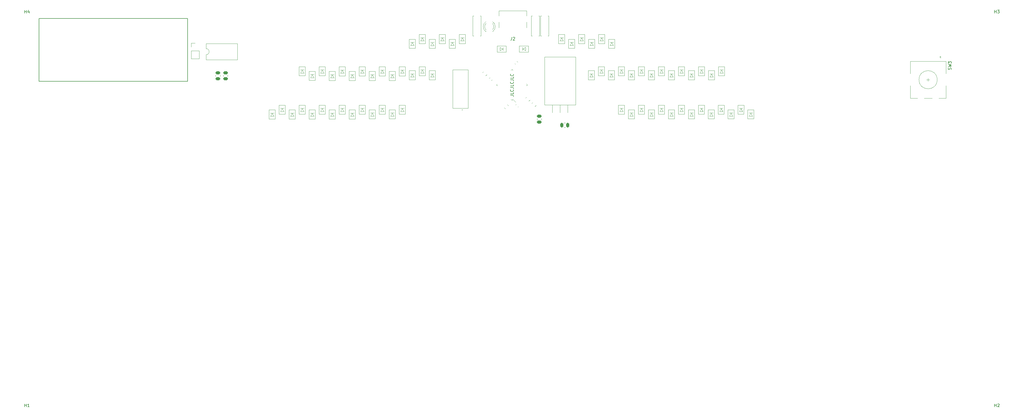
<source format=gto>
G04 #@! TF.GenerationSoftware,KiCad,Pcbnew,7.0.5*
G04 #@! TF.CreationDate,2024-08-24T17:49:56+10:00*
G04 #@! TF.ProjectId,keyboard,6b657962-6f61-4726-942e-6b696361645f,rev?*
G04 #@! TF.SameCoordinates,Original*
G04 #@! TF.FileFunction,Legend,Top*
G04 #@! TF.FilePolarity,Positive*
%FSLAX46Y46*%
G04 Gerber Fmt 4.6, Leading zero omitted, Abs format (unit mm)*
G04 Created by KiCad (PCBNEW 7.0.5) date 2024-08-24 17:49:56*
%MOMM*%
%LPD*%
G01*
G04 APERTURE LIST*
G04 Aperture macros list*
%AMRoundRect*
0 Rectangle with rounded corners*
0 $1 Rounding radius*
0 $2 $3 $4 $5 $6 $7 $8 $9 X,Y pos of 4 corners*
0 Add a 4 corners polygon primitive as box body*
4,1,4,$2,$3,$4,$5,$6,$7,$8,$9,$2,$3,0*
0 Add four circle primitives for the rounded corners*
1,1,$1+$1,$2,$3*
1,1,$1+$1,$4,$5*
1,1,$1+$1,$6,$7*
1,1,$1+$1,$8,$9*
0 Add four rect primitives between the rounded corners*
20,1,$1+$1,$2,$3,$4,$5,0*
20,1,$1+$1,$4,$5,$6,$7,0*
20,1,$1+$1,$6,$7,$8,$9,0*
20,1,$1+$1,$8,$9,$2,$3,0*%
G04 Aperture macros list end*
%ADD10C,0.150000*%
%ADD11C,0.120000*%
%ADD12C,0.200000*%
%ADD13C,0.100000*%
%ADD14C,0.650000*%
%ADD15R,0.600000X1.240000*%
%ADD16R,0.300000X1.240000*%
%ADD17O,1.000000X1.800000*%
%ADD18O,1.000000X2.100000*%
%ADD19R,1.600000X1.600000*%
%ADD20O,1.600000X1.600000*%
%ADD21C,1.750000*%
%ADD22C,3.987800*%
%ADD23O,3.500000X3.500000*%
%ADD24R,1.905000X2.000000*%
%ADD25O,1.905000X2.000000*%
%ADD26RoundRect,0.250000X-0.159099X0.512652X-0.512652X0.159099X0.159099X-0.512652X0.512652X-0.159099X0*%
%ADD27C,6.400000*%
%ADD28RoundRect,0.250000X-0.512652X-0.159099X-0.159099X-0.512652X0.512652X0.159099X0.159099X0.512652X0*%
%ADD29RoundRect,0.225000X0.335876X0.017678X0.017678X0.335876X-0.335876X-0.017678X-0.017678X-0.335876X0*%
%ADD30C,1.070000*%
%ADD31RoundRect,0.225000X-0.017678X0.335876X-0.335876X0.017678X0.017678X-0.335876X0.335876X-0.017678X0*%
%ADD32C,3.048000*%
%ADD33R,1.800000X1.800000*%
%ADD34C,1.800000*%
%ADD35RoundRect,0.250000X-0.475000X0.250000X-0.475000X-0.250000X0.475000X-0.250000X0.475000X0.250000X0*%
%ADD36C,1.600000*%
%ADD37R,1.700000X1.700000*%
%ADD38O,1.700000X1.700000*%
%ADD39C,5.080000*%
%ADD40R,2.000000X2.000000*%
%ADD41C,2.000000*%
%ADD42R,2.000000X3.200000*%
%ADD43RoundRect,0.250000X0.250000X0.475000X-0.250000X0.475000X-0.250000X-0.475000X0.250000X-0.475000X0*%
%ADD44RoundRect,0.075000X0.521491X-0.415425X-0.415425X0.521491X-0.521491X0.415425X0.415425X-0.521491X0*%
%ADD45RoundRect,0.075000X0.521491X0.415425X0.415425X0.521491X-0.521491X-0.415425X-0.415425X-0.521491X0*%
G04 APERTURE END LIST*
D10*
X59000000Y-60000000D02*
X108000000Y-60000000D01*
X108000000Y-80750000D01*
X59000000Y-80750000D01*
X59000000Y-60000000D01*
X214515819Y-85377506D02*
X215230104Y-85377506D01*
X215230104Y-85377506D02*
X215372961Y-85425125D01*
X215372961Y-85425125D02*
X215468200Y-85520363D01*
X215468200Y-85520363D02*
X215515819Y-85663220D01*
X215515819Y-85663220D02*
X215515819Y-85758458D01*
X215515819Y-84425125D02*
X215515819Y-84901315D01*
X215515819Y-84901315D02*
X214515819Y-84901315D01*
X215420580Y-83520363D02*
X215468200Y-83567982D01*
X215468200Y-83567982D02*
X215515819Y-83710839D01*
X215515819Y-83710839D02*
X215515819Y-83806077D01*
X215515819Y-83806077D02*
X215468200Y-83948934D01*
X215468200Y-83948934D02*
X215372961Y-84044172D01*
X215372961Y-84044172D02*
X215277723Y-84091791D01*
X215277723Y-84091791D02*
X215087247Y-84139410D01*
X215087247Y-84139410D02*
X214944390Y-84139410D01*
X214944390Y-84139410D02*
X214753914Y-84091791D01*
X214753914Y-84091791D02*
X214658676Y-84044172D01*
X214658676Y-84044172D02*
X214563438Y-83948934D01*
X214563438Y-83948934D02*
X214515819Y-83806077D01*
X214515819Y-83806077D02*
X214515819Y-83710839D01*
X214515819Y-83710839D02*
X214563438Y-83567982D01*
X214563438Y-83567982D02*
X214611057Y-83520363D01*
X214515819Y-82806077D02*
X215230104Y-82806077D01*
X215230104Y-82806077D02*
X215372961Y-82853696D01*
X215372961Y-82853696D02*
X215468200Y-82948934D01*
X215468200Y-82948934D02*
X215515819Y-83091791D01*
X215515819Y-83091791D02*
X215515819Y-83187029D01*
X215515819Y-81853696D02*
X215515819Y-82329886D01*
X215515819Y-82329886D02*
X214515819Y-82329886D01*
X215420580Y-80948934D02*
X215468200Y-80996553D01*
X215468200Y-80996553D02*
X215515819Y-81139410D01*
X215515819Y-81139410D02*
X215515819Y-81234648D01*
X215515819Y-81234648D02*
X215468200Y-81377505D01*
X215468200Y-81377505D02*
X215372961Y-81472743D01*
X215372961Y-81472743D02*
X215277723Y-81520362D01*
X215277723Y-81520362D02*
X215087247Y-81567981D01*
X215087247Y-81567981D02*
X214944390Y-81567981D01*
X214944390Y-81567981D02*
X214753914Y-81520362D01*
X214753914Y-81520362D02*
X214658676Y-81472743D01*
X214658676Y-81472743D02*
X214563438Y-81377505D01*
X214563438Y-81377505D02*
X214515819Y-81234648D01*
X214515819Y-81234648D02*
X214515819Y-81139410D01*
X214515819Y-81139410D02*
X214563438Y-80996553D01*
X214563438Y-80996553D02*
X214611057Y-80948934D01*
X214515819Y-80234648D02*
X215230104Y-80234648D01*
X215230104Y-80234648D02*
X215372961Y-80282267D01*
X215372961Y-80282267D02*
X215468200Y-80377505D01*
X215468200Y-80377505D02*
X215515819Y-80520362D01*
X215515819Y-80520362D02*
X215515819Y-80615600D01*
X215515819Y-79282267D02*
X215515819Y-79758457D01*
X215515819Y-79758457D02*
X214515819Y-79758457D01*
X215420580Y-78377505D02*
X215468200Y-78425124D01*
X215468200Y-78425124D02*
X215515819Y-78567981D01*
X215515819Y-78567981D02*
X215515819Y-78663219D01*
X215515819Y-78663219D02*
X215468200Y-78806076D01*
X215468200Y-78806076D02*
X215372961Y-78901314D01*
X215372961Y-78901314D02*
X215277723Y-78948933D01*
X215277723Y-78948933D02*
X215087247Y-78996552D01*
X215087247Y-78996552D02*
X214944390Y-78996552D01*
X214944390Y-78996552D02*
X214753914Y-78948933D01*
X214753914Y-78948933D02*
X214658676Y-78901314D01*
X214658676Y-78901314D02*
X214563438Y-78806076D01*
X214563438Y-78806076D02*
X214515819Y-78663219D01*
X214515819Y-78663219D02*
X214515819Y-78567981D01*
X214515819Y-78567981D02*
X214563438Y-78425124D01*
X214563438Y-78425124D02*
X214611057Y-78377505D01*
X214949132Y-66209353D02*
X214949132Y-66923638D01*
X214949132Y-66923638D02*
X214901513Y-67066495D01*
X214901513Y-67066495D02*
X214806275Y-67161734D01*
X214806275Y-67161734D02*
X214663418Y-67209353D01*
X214663418Y-67209353D02*
X214568180Y-67209353D01*
X215377704Y-66304591D02*
X215425323Y-66256972D01*
X215425323Y-66256972D02*
X215520561Y-66209353D01*
X215520561Y-66209353D02*
X215758656Y-66209353D01*
X215758656Y-66209353D02*
X215853894Y-66256972D01*
X215853894Y-66256972D02*
X215901513Y-66304591D01*
X215901513Y-66304591D02*
X215949132Y-66399829D01*
X215949132Y-66399829D02*
X215949132Y-66495067D01*
X215949132Y-66495067D02*
X215901513Y-66637924D01*
X215901513Y-66637924D02*
X215330085Y-67209353D01*
X215330085Y-67209353D02*
X215949132Y-67209353D01*
X374238095Y-58254819D02*
X374238095Y-57254819D01*
X374238095Y-57731009D02*
X374809523Y-57731009D01*
X374809523Y-58254819D02*
X374809523Y-57254819D01*
X375190476Y-57254819D02*
X375809523Y-57254819D01*
X375809523Y-57254819D02*
X375476190Y-57635771D01*
X375476190Y-57635771D02*
X375619047Y-57635771D01*
X375619047Y-57635771D02*
X375714285Y-57683390D01*
X375714285Y-57683390D02*
X375761904Y-57731009D01*
X375761904Y-57731009D02*
X375809523Y-57826247D01*
X375809523Y-57826247D02*
X375809523Y-58064342D01*
X375809523Y-58064342D02*
X375761904Y-58159580D01*
X375761904Y-58159580D02*
X375714285Y-58207200D01*
X375714285Y-58207200D02*
X375619047Y-58254819D01*
X375619047Y-58254819D02*
X375333333Y-58254819D01*
X375333333Y-58254819D02*
X375238095Y-58207200D01*
X375238095Y-58207200D02*
X375190476Y-58159580D01*
X54238095Y-188254819D02*
X54238095Y-187254819D01*
X54238095Y-187731009D02*
X54809523Y-187731009D01*
X54809523Y-188254819D02*
X54809523Y-187254819D01*
X55809523Y-188254819D02*
X55238095Y-188254819D01*
X55523809Y-188254819D02*
X55523809Y-187254819D01*
X55523809Y-187254819D02*
X55428571Y-187397676D01*
X55428571Y-187397676D02*
X55333333Y-187492914D01*
X55333333Y-187492914D02*
X55238095Y-187540533D01*
X359905200Y-76893332D02*
X359952819Y-76750475D01*
X359952819Y-76750475D02*
X359952819Y-76512380D01*
X359952819Y-76512380D02*
X359905200Y-76417142D01*
X359905200Y-76417142D02*
X359857580Y-76369523D01*
X359857580Y-76369523D02*
X359762342Y-76321904D01*
X359762342Y-76321904D02*
X359667104Y-76321904D01*
X359667104Y-76321904D02*
X359571866Y-76369523D01*
X359571866Y-76369523D02*
X359524247Y-76417142D01*
X359524247Y-76417142D02*
X359476628Y-76512380D01*
X359476628Y-76512380D02*
X359429009Y-76702856D01*
X359429009Y-76702856D02*
X359381390Y-76798094D01*
X359381390Y-76798094D02*
X359333771Y-76845713D01*
X359333771Y-76845713D02*
X359238533Y-76893332D01*
X359238533Y-76893332D02*
X359143295Y-76893332D01*
X359143295Y-76893332D02*
X359048057Y-76845713D01*
X359048057Y-76845713D02*
X359000438Y-76798094D01*
X359000438Y-76798094D02*
X358952819Y-76702856D01*
X358952819Y-76702856D02*
X358952819Y-76464761D01*
X358952819Y-76464761D02*
X359000438Y-76321904D01*
X358952819Y-75988570D02*
X359952819Y-75750475D01*
X359952819Y-75750475D02*
X359238533Y-75559999D01*
X359238533Y-75559999D02*
X359952819Y-75369523D01*
X359952819Y-75369523D02*
X358952819Y-75131428D01*
X358952819Y-74845713D02*
X358952819Y-74226666D01*
X358952819Y-74226666D02*
X359333771Y-74559999D01*
X359333771Y-74559999D02*
X359333771Y-74417142D01*
X359333771Y-74417142D02*
X359381390Y-74321904D01*
X359381390Y-74321904D02*
X359429009Y-74274285D01*
X359429009Y-74274285D02*
X359524247Y-74226666D01*
X359524247Y-74226666D02*
X359762342Y-74226666D01*
X359762342Y-74226666D02*
X359857580Y-74274285D01*
X359857580Y-74274285D02*
X359905200Y-74321904D01*
X359905200Y-74321904D02*
X359952819Y-74417142D01*
X359952819Y-74417142D02*
X359952819Y-74702856D01*
X359952819Y-74702856D02*
X359905200Y-74798094D01*
X359905200Y-74798094D02*
X359857580Y-74845713D01*
X54276095Y-58286819D02*
X54276095Y-57286819D01*
X54276095Y-57763009D02*
X54847523Y-57763009D01*
X54847523Y-58286819D02*
X54847523Y-57286819D01*
X55752285Y-57620152D02*
X55752285Y-58286819D01*
X55514190Y-57239200D02*
X55276095Y-57953485D01*
X55276095Y-57953485D02*
X55895142Y-57953485D01*
X374238095Y-188254819D02*
X374238095Y-187254819D01*
X374238095Y-187731009D02*
X374809523Y-187731009D01*
X374809523Y-188254819D02*
X374809523Y-187254819D01*
X375238095Y-187350057D02*
X375285714Y-187302438D01*
X375285714Y-187302438D02*
X375380952Y-187254819D01*
X375380952Y-187254819D02*
X375619047Y-187254819D01*
X375619047Y-187254819D02*
X375714285Y-187302438D01*
X375714285Y-187302438D02*
X375761904Y-187350057D01*
X375761904Y-187350057D02*
X375809523Y-187445295D01*
X375809523Y-187445295D02*
X375809523Y-187540533D01*
X375809523Y-187540533D02*
X375761904Y-187683390D01*
X375761904Y-187683390D02*
X375190476Y-188254819D01*
X375190476Y-188254819D02*
X375809523Y-188254819D01*
D11*
X210702466Y-57469534D02*
X219862466Y-57469534D01*
X219862466Y-57469534D02*
X219862466Y-59174534D01*
X210702466Y-59174534D02*
X210702466Y-57469534D01*
X219862466Y-63104534D02*
X219862466Y-61184534D01*
X210702466Y-61184534D02*
X210702466Y-63104534D01*
X281754668Y-90182500D02*
X281744668Y-93172500D01*
X279754668Y-90182500D02*
X281754668Y-90182500D01*
X279754668Y-90192500D02*
X279754668Y-93162500D01*
X280224668Y-91212500D02*
X281304668Y-91212500D01*
X280764668Y-91312500D02*
X281304668Y-92262500D01*
X280754668Y-91322500D02*
X280224668Y-92232500D01*
X280224668Y-92262500D02*
X281304668Y-92262500D01*
X279754668Y-93172500D02*
X281744668Y-93172500D01*
X150098000Y-90214000D02*
X150088000Y-93204000D01*
X148098000Y-90214000D02*
X150098000Y-90214000D01*
X148098000Y-90224000D02*
X148098000Y-93194000D01*
X148568000Y-91244000D02*
X149648000Y-91244000D01*
X149108000Y-91344000D02*
X149648000Y-92294000D01*
X149098000Y-91354000D02*
X148568000Y-92264000D01*
X148568000Y-92294000D02*
X149648000Y-92294000D01*
X148098000Y-93204000D02*
X150088000Y-93204000D01*
X183118000Y-66877500D02*
X183108000Y-69867500D01*
X181118000Y-66877500D02*
X183118000Y-66877500D01*
X181118000Y-66887500D02*
X181118000Y-69857500D01*
X181588000Y-67907500D02*
X182668000Y-67907500D01*
X182128000Y-68007500D02*
X182668000Y-68957500D01*
X182118000Y-68017500D02*
X181588000Y-68927500D01*
X181588000Y-68957500D02*
X182668000Y-68957500D01*
X181118000Y-69867500D02*
X183108000Y-69867500D01*
X163306000Y-77514000D02*
X163296000Y-80504000D01*
X161306000Y-77514000D02*
X163306000Y-77514000D01*
X161306000Y-77524000D02*
X161306000Y-80494000D01*
X161776000Y-78544000D02*
X162856000Y-78544000D01*
X162316000Y-78644000D02*
X162856000Y-79594000D01*
X162306000Y-78654000D02*
X161776000Y-79564000D01*
X161776000Y-79594000D02*
X162856000Y-79594000D01*
X161306000Y-80504000D02*
X163296000Y-80504000D01*
X265329336Y-75958500D02*
X265319336Y-78948500D01*
X263329336Y-75958500D02*
X265329336Y-75958500D01*
X263329336Y-75968500D02*
X263329336Y-78938500D01*
X263799336Y-76988500D02*
X264879336Y-76988500D01*
X264339336Y-77088500D02*
X264879336Y-78038500D01*
X264329336Y-77098500D02*
X263799336Y-78008500D01*
X263799336Y-78038500D02*
X264879336Y-78038500D01*
X263329336Y-78948500D02*
X265319336Y-78948500D01*
X176514000Y-77514000D02*
X176504000Y-80504000D01*
X174514000Y-77514000D02*
X176514000Y-77514000D01*
X174514000Y-77524000D02*
X174514000Y-80494000D01*
X174984000Y-78544000D02*
X176064000Y-78544000D01*
X175524000Y-78644000D02*
X176064000Y-79594000D01*
X175514000Y-78654000D02*
X174984000Y-79564000D01*
X174984000Y-79594000D02*
X176064000Y-79594000D01*
X174514000Y-80504000D02*
X176504000Y-80504000D01*
X225766000Y-72708000D02*
X225766000Y-88598000D01*
X225766000Y-72708000D02*
X236006000Y-72708000D01*
X225766000Y-88598000D02*
X236006000Y-88598000D01*
X228346000Y-88598000D02*
X228346000Y-91138000D01*
X230886000Y-88598000D02*
X230886000Y-91138000D01*
X233426000Y-88598000D02*
X233426000Y-91138000D01*
X236006000Y-72708000D02*
X236006000Y-88598000D01*
X222954457Y-88726990D02*
X222584990Y-89096457D01*
X221915010Y-87687543D02*
X221545543Y-88057010D01*
X245517336Y-75958500D02*
X245507336Y-78948500D01*
X243517336Y-75958500D02*
X245517336Y-75958500D01*
X243517336Y-75968500D02*
X243517336Y-78938500D01*
X243987336Y-76988500D02*
X245067336Y-76988500D01*
X244527336Y-77088500D02*
X245067336Y-78038500D01*
X244517336Y-77098500D02*
X243987336Y-78008500D01*
X243987336Y-78038500D02*
X245067336Y-78038500D01*
X243517336Y-78948500D02*
X245507336Y-78948500D01*
X169910000Y-90182500D02*
X169900000Y-93172500D01*
X167910000Y-90182500D02*
X169910000Y-90182500D01*
X167910000Y-90192500D02*
X167910000Y-93162500D01*
X168380000Y-91212500D02*
X169460000Y-91212500D01*
X168920000Y-91312500D02*
X169460000Y-92262500D01*
X168910000Y-91322500D02*
X168380000Y-92232500D01*
X168380000Y-92262500D02*
X169460000Y-92262500D01*
X167910000Y-93172500D02*
X169900000Y-93172500D01*
X235696000Y-66877500D02*
X235686000Y-69867500D01*
X233696000Y-66877500D02*
X235696000Y-66877500D01*
X233696000Y-66887500D02*
X233696000Y-69857500D01*
X234166000Y-67907500D02*
X235246000Y-67907500D01*
X234706000Y-68007500D02*
X235246000Y-68957500D01*
X234696000Y-68017500D02*
X234166000Y-68927500D01*
X234166000Y-68957500D02*
X235246000Y-68957500D01*
X233696000Y-69867500D02*
X235686000Y-69867500D01*
X220922457Y-86948990D02*
X220552990Y-87318457D01*
X219883010Y-85909543D02*
X219513543Y-86279010D01*
X285014334Y-88658500D02*
X285004334Y-91648500D01*
X283014334Y-88658500D02*
X285014334Y-88658500D01*
X283014334Y-88668500D02*
X283014334Y-91638500D01*
X283484334Y-89688500D02*
X284564334Y-89688500D01*
X284024334Y-89788500D02*
X284564334Y-90738500D01*
X284014334Y-89798500D02*
X283484334Y-90708500D01*
X283484334Y-90738500D02*
X284564334Y-90738500D01*
X283014334Y-91648500D02*
X285004334Y-91648500D01*
X294793336Y-90182500D02*
X294783336Y-93172500D01*
X292793336Y-90182500D02*
X294793336Y-90182500D01*
X292793336Y-90192500D02*
X292793336Y-93162500D01*
X293263336Y-91212500D02*
X294343336Y-91212500D01*
X293803336Y-91312500D02*
X294343336Y-92262500D01*
X293793336Y-91322500D02*
X293263336Y-92232500D01*
X293263336Y-92262500D02*
X294343336Y-92262500D01*
X292793336Y-93172500D02*
X294783336Y-93172500D01*
X268631336Y-77260000D02*
X268621336Y-80250000D01*
X266631336Y-77260000D02*
X268631336Y-77260000D01*
X266631336Y-77270000D02*
X266631336Y-80240000D01*
X267101336Y-78290000D02*
X268181336Y-78290000D01*
X267641336Y-78390000D02*
X268181336Y-79340000D01*
X267631336Y-78400000D02*
X267101336Y-79310000D01*
X267101336Y-79340000D02*
X268181336Y-79340000D01*
X266631336Y-80250000D02*
X268621336Y-80250000D01*
X262027336Y-90182500D02*
X262017336Y-93172500D01*
X260027336Y-90182500D02*
X262027336Y-90182500D01*
X260027336Y-90192500D02*
X260027336Y-93162500D01*
X260497336Y-91212500D02*
X261577336Y-91212500D01*
X261037336Y-91312500D02*
X261577336Y-92262500D01*
X261027336Y-91322500D02*
X260497336Y-92232500D01*
X260497336Y-92262500D02*
X261577336Y-92262500D01*
X260027336Y-93172500D02*
X262017336Y-93172500D01*
X278537336Y-75958500D02*
X278527336Y-78948500D01*
X276537336Y-75958500D02*
X278537336Y-75958500D01*
X276537336Y-75968500D02*
X276537336Y-78938500D01*
X277007336Y-76988500D02*
X278087336Y-76988500D01*
X277547336Y-77088500D02*
X278087336Y-78038500D01*
X277537336Y-77098500D02*
X277007336Y-78008500D01*
X277007336Y-78038500D02*
X278087336Y-78038500D01*
X276537336Y-78948500D02*
X278527336Y-78948500D01*
X189722000Y-66909000D02*
X189712000Y-69899000D01*
X187722000Y-66909000D02*
X189722000Y-66909000D01*
X187722000Y-66919000D02*
X187722000Y-69889000D01*
X188192000Y-67939000D02*
X189272000Y-67939000D01*
X188732000Y-68039000D02*
X189272000Y-68989000D01*
X188722000Y-68049000D02*
X188192000Y-68959000D01*
X188192000Y-68989000D02*
X189272000Y-68989000D01*
X187722000Y-69899000D02*
X189712000Y-69899000D01*
X275235336Y-77260000D02*
X275225336Y-80250000D01*
X273235336Y-77260000D02*
X275235336Y-77260000D01*
X273235336Y-77270000D02*
X273235336Y-80240000D01*
X273705336Y-78290000D02*
X274785336Y-78290000D01*
X274245336Y-78390000D02*
X274785336Y-79340000D01*
X274235336Y-78400000D02*
X273705336Y-79310000D01*
X273705336Y-79340000D02*
X274785336Y-79340000D01*
X273235336Y-80250000D02*
X275225336Y-80250000D01*
X271933336Y-88658500D02*
X271923336Y-91648500D01*
X269933336Y-88658500D02*
X271933336Y-88658500D01*
X269933336Y-88668500D02*
X269933336Y-91638500D01*
X270403336Y-89688500D02*
X271483336Y-89688500D01*
X270943336Y-89788500D02*
X271483336Y-90738500D01*
X270933336Y-89798500D02*
X270403336Y-90708500D01*
X270403336Y-90738500D02*
X271483336Y-90738500D01*
X269933336Y-91648500D02*
X271923336Y-91648500D01*
X114120000Y-73640000D02*
X124400000Y-73640000D01*
X124400000Y-73640000D02*
X124400000Y-68340000D01*
X114120000Y-71990000D02*
X114120000Y-73640000D01*
X114120000Y-68340000D02*
X114120000Y-69990000D01*
X124400000Y-68340000D02*
X114120000Y-68340000D01*
X114120000Y-71990000D02*
G75*
G03*
X114120000Y-69990000I0J1000000D01*
G01*
X160004000Y-88658500D02*
X159994000Y-91648500D01*
X158004000Y-88658500D02*
X160004000Y-88658500D01*
X158004000Y-88668500D02*
X158004000Y-91638500D01*
X158474000Y-89688500D02*
X159554000Y-89688500D01*
X159014000Y-89788500D02*
X159554000Y-90738500D01*
X159004000Y-89798500D02*
X158474000Y-90708500D01*
X158474000Y-90738500D02*
X159554000Y-90738500D01*
X158004000Y-91648500D02*
X159994000Y-91648500D01*
X163306000Y-90214000D02*
X163296000Y-93204000D01*
X161306000Y-90214000D02*
X163306000Y-90214000D01*
X161306000Y-90224000D02*
X161306000Y-93194000D01*
X161776000Y-91244000D02*
X162856000Y-91244000D01*
X162316000Y-91344000D02*
X162856000Y-92294000D01*
X162306000Y-91354000D02*
X161776000Y-92264000D01*
X161776000Y-92294000D02*
X162856000Y-92294000D01*
X161306000Y-93204000D02*
X163296000Y-93204000D01*
X213506741Y-88467294D02*
X213876208Y-88836761D01*
X212467294Y-89506741D02*
X212836761Y-89876208D01*
X238998000Y-65322000D02*
X238988000Y-68312000D01*
X236998000Y-65322000D02*
X238998000Y-65322000D01*
X236998000Y-65332000D02*
X236998000Y-68302000D01*
X237468000Y-66352000D02*
X238548000Y-66352000D01*
X238008000Y-66452000D02*
X238548000Y-67402000D01*
X237998000Y-66462000D02*
X237468000Y-67372000D01*
X237468000Y-67402000D02*
X238548000Y-67402000D01*
X236998000Y-68312000D02*
X238988000Y-68312000D01*
X216146781Y-75136030D02*
X215947970Y-74937219D01*
X216868030Y-74414781D02*
X216669219Y-74215970D01*
X245602000Y-65322000D02*
X245592000Y-68312000D01*
X243602000Y-65322000D02*
X245602000Y-65322000D01*
X243602000Y-65332000D02*
X243602000Y-68302000D01*
X244072000Y-66352000D02*
X245152000Y-66352000D01*
X244612000Y-66452000D02*
X245152000Y-67402000D01*
X244602000Y-66462000D02*
X244072000Y-67372000D01*
X244072000Y-67402000D02*
X245152000Y-67402000D01*
X243602000Y-68312000D02*
X245592000Y-68312000D01*
X258725336Y-88658500D02*
X258715336Y-91648500D01*
X256725336Y-88658500D02*
X258725336Y-88658500D01*
X256725336Y-88668500D02*
X256725336Y-91638500D01*
X257195336Y-89688500D02*
X258275336Y-89688500D01*
X257735336Y-89788500D02*
X258275336Y-90738500D01*
X257725336Y-89798500D02*
X257195336Y-90708500D01*
X257195336Y-90738500D02*
X258275336Y-90738500D01*
X256725336Y-91648500D02*
X258715336Y-91648500D01*
X275235336Y-90182500D02*
X275225336Y-93172500D01*
X273235336Y-90182500D02*
X275235336Y-90182500D01*
X273235336Y-90192500D02*
X273235336Y-93162500D01*
X273705336Y-91212500D02*
X274785336Y-91212500D01*
X274245336Y-91312500D02*
X274785336Y-92262500D01*
X274235336Y-91322500D02*
X273705336Y-92232500D01*
X273705336Y-92262500D02*
X274785336Y-92262500D01*
X273235336Y-93172500D02*
X275225336Y-93172500D01*
X262027336Y-77260000D02*
X262017336Y-80250000D01*
X260027336Y-77260000D02*
X262027336Y-77260000D01*
X260027336Y-77270000D02*
X260027336Y-80240000D01*
X260497336Y-78290000D02*
X261577336Y-78290000D01*
X261037336Y-78390000D02*
X261577336Y-79340000D01*
X261027336Y-78400000D02*
X260497336Y-79310000D01*
X260497336Y-79340000D02*
X261577336Y-79340000D01*
X260027336Y-80250000D02*
X262017336Y-80250000D01*
X143494000Y-90214000D02*
X143484000Y-93204000D01*
X141494000Y-90214000D02*
X143494000Y-90214000D01*
X141494000Y-90224000D02*
X141494000Y-93194000D01*
X141964000Y-91244000D02*
X143044000Y-91244000D01*
X142504000Y-91344000D02*
X143044000Y-92294000D01*
X142494000Y-91354000D02*
X141964000Y-92264000D01*
X141964000Y-92294000D02*
X143044000Y-92294000D01*
X141494000Y-93204000D02*
X143484000Y-93204000D01*
X140192000Y-88658500D02*
X140182000Y-91648500D01*
X138192000Y-88658500D02*
X140192000Y-88658500D01*
X138192000Y-88668500D02*
X138192000Y-91638500D01*
X138662000Y-89688500D02*
X139742000Y-89688500D01*
X139202000Y-89788500D02*
X139742000Y-90738500D01*
X139192000Y-89798500D02*
X138662000Y-90708500D01*
X138662000Y-90738500D02*
X139742000Y-90738500D01*
X138192000Y-91648500D02*
X140182000Y-91648500D01*
D12*
X198628000Y-90252000D02*
X198628000Y-90252000D01*
X198628000Y-90152000D02*
X198628000Y-90152000D01*
X198628000Y-90152000D02*
X198628000Y-90152000D01*
D13*
X195443000Y-89637000D02*
X200543000Y-89637000D01*
X200543000Y-89637000D02*
X200543000Y-76987000D01*
X195443000Y-76987000D02*
X195443000Y-89637000D01*
X200543000Y-76987000D02*
X195443000Y-76987000D01*
D12*
X198628000Y-90152000D02*
G75*
G03*
X198628000Y-90252000I0J-50000D01*
G01*
X198628000Y-90152000D02*
G75*
G03*
X198628000Y-90252000I0J-50000D01*
G01*
X198628000Y-90252000D02*
G75*
G03*
X198628000Y-90152000I0J50000D01*
G01*
D11*
X285141336Y-75958500D02*
X285131336Y-78948500D01*
X283141336Y-75958500D02*
X285141336Y-75958500D01*
X283141336Y-75968500D02*
X283141336Y-78938500D01*
X283611336Y-76988500D02*
X284691336Y-76988500D01*
X284151336Y-77088500D02*
X284691336Y-78038500D01*
X284141336Y-77098500D02*
X283611336Y-78008500D01*
X283611336Y-78038500D02*
X284691336Y-78038500D01*
X283141336Y-78948500D02*
X285131336Y-78948500D01*
X288274000Y-90182500D02*
X288264000Y-93172500D01*
X286274000Y-90182500D02*
X288274000Y-90182500D01*
X286274000Y-90192500D02*
X286274000Y-93162500D01*
X286744000Y-91212500D02*
X287824000Y-91212500D01*
X287284000Y-91312500D02*
X287824000Y-92262500D01*
X287274000Y-91322500D02*
X286744000Y-92232500D01*
X286744000Y-92262500D02*
X287824000Y-92262500D01*
X286274000Y-93172500D02*
X288264000Y-93172500D01*
X278495002Y-88658500D02*
X278485002Y-91648500D01*
X276495002Y-88658500D02*
X278495002Y-88658500D01*
X276495002Y-88668500D02*
X276495002Y-91638500D01*
X276965002Y-89688500D02*
X278045002Y-89688500D01*
X277505002Y-89788500D02*
X278045002Y-90738500D01*
X277495002Y-89798500D02*
X276965002Y-90708500D01*
X276965002Y-90738500D02*
X278045002Y-90738500D01*
X276495002Y-91648500D02*
X278485002Y-91648500D01*
X255423336Y-77260000D02*
X255413336Y-80250000D01*
X253423336Y-77260000D02*
X255423336Y-77260000D01*
X253423336Y-77270000D02*
X253423336Y-80240000D01*
X253893336Y-78290000D02*
X254973336Y-78290000D01*
X254433336Y-78390000D02*
X254973336Y-79340000D01*
X254423336Y-78400000D02*
X253893336Y-79310000D01*
X253893336Y-79340000D02*
X254973336Y-79340000D01*
X253423336Y-80250000D02*
X255413336Y-80250000D01*
X146796000Y-75958500D02*
X146786000Y-78948500D01*
X144796000Y-75958500D02*
X146796000Y-75958500D01*
X144796000Y-75968500D02*
X144796000Y-78938500D01*
X145266000Y-76988500D02*
X146346000Y-76988500D01*
X145806000Y-77088500D02*
X146346000Y-78038500D01*
X145796000Y-77098500D02*
X145266000Y-78008500D01*
X145266000Y-78038500D02*
X146346000Y-78038500D01*
X144796000Y-78948500D02*
X146786000Y-78948500D01*
X217162022Y-89059227D02*
X216963211Y-89258038D01*
X216440773Y-88337978D02*
X216241962Y-88536789D01*
X136890000Y-90214000D02*
X136880000Y-93204000D01*
X134890000Y-90214000D02*
X136890000Y-90214000D01*
X134890000Y-90224000D02*
X134890000Y-93194000D01*
X135360000Y-91244000D02*
X136440000Y-91244000D01*
X135900000Y-91344000D02*
X136440000Y-92294000D01*
X135890000Y-91354000D02*
X135360000Y-92264000D01*
X135360000Y-92294000D02*
X136440000Y-92294000D01*
X134890000Y-93204000D02*
X136880000Y-93204000D01*
X173212000Y-75990000D02*
X173202000Y-78980000D01*
X171212000Y-75990000D02*
X173212000Y-75990000D01*
X171212000Y-76000000D02*
X171212000Y-78970000D01*
X171682000Y-77020000D02*
X172762000Y-77020000D01*
X172222000Y-77120000D02*
X172762000Y-78070000D01*
X172212000Y-77130000D02*
X171682000Y-78040000D01*
X171682000Y-78070000D02*
X172762000Y-78070000D01*
X171212000Y-78980000D02*
X173202000Y-78980000D01*
X186420000Y-75958500D02*
X186410000Y-78948500D01*
X184420000Y-75958500D02*
X186420000Y-75958500D01*
X184420000Y-75968500D02*
X184420000Y-78938500D01*
X184890000Y-76988500D02*
X185970000Y-76988500D01*
X185430000Y-77088500D02*
X185970000Y-78038500D01*
X185420000Y-77098500D02*
X184890000Y-78008500D01*
X184890000Y-78038500D02*
X185970000Y-78038500D01*
X184420000Y-78948500D02*
X186410000Y-78948500D01*
X271933336Y-75958500D02*
X271923336Y-78948500D01*
X269933336Y-75958500D02*
X271933336Y-75958500D01*
X269933336Y-75968500D02*
X269933336Y-78938500D01*
X270403336Y-76988500D02*
X271483336Y-76988500D01*
X270943336Y-77088500D02*
X271483336Y-78038500D01*
X270933336Y-77098500D02*
X270403336Y-78008500D01*
X270403336Y-78038500D02*
X271483336Y-78038500D01*
X269933336Y-78948500D02*
X271923336Y-78948500D01*
X206282000Y-64298000D02*
X206438000Y-64298000D01*
X208598000Y-64298000D02*
X208754000Y-64298000D01*
X206439392Y-61065666D02*
G75*
G03*
X206282485Y-64297999I1078608J-1672334D01*
G01*
X206438164Y-61696871D02*
G75*
G03*
X206438001Y-63778960I1079836J-1041129D01*
G01*
X208597999Y-63778960D02*
G75*
G03*
X208597836Y-61696871I-1079999J1040960D01*
G01*
X208753515Y-64297999D02*
G75*
G03*
X208596608Y-61065666I-1235515J1559999D01*
G01*
X193024000Y-65322000D02*
X193014000Y-68312000D01*
X191024000Y-65322000D02*
X193024000Y-65322000D01*
X191024000Y-65332000D02*
X191024000Y-68302000D01*
X191494000Y-66352000D02*
X192574000Y-66352000D01*
X192034000Y-66452000D02*
X192574000Y-67402000D01*
X192024000Y-66462000D02*
X191494000Y-67372000D01*
X191494000Y-67402000D02*
X192574000Y-67402000D01*
X191024000Y-68312000D02*
X193014000Y-68312000D01*
X118735000Y-78688748D02*
X118735000Y-79211252D01*
X117265000Y-78688748D02*
X117265000Y-79211252D01*
X202084000Y-65754000D02*
X202084000Y-59214000D01*
X202414000Y-65754000D02*
X202084000Y-65754000D01*
X204494000Y-65754000D02*
X204824000Y-65754000D01*
X204824000Y-65754000D02*
X204824000Y-59214000D01*
X202084000Y-59214000D02*
X202414000Y-59214000D01*
X204824000Y-59214000D02*
X204494000Y-59214000D01*
X156702000Y-77514000D02*
X156692000Y-80504000D01*
X154702000Y-77514000D02*
X156702000Y-77514000D01*
X154702000Y-77524000D02*
X154702000Y-80494000D01*
X155172000Y-78544000D02*
X156252000Y-78544000D01*
X155712000Y-78644000D02*
X156252000Y-79594000D01*
X155702000Y-78654000D02*
X155172000Y-79564000D01*
X155172000Y-79594000D02*
X156252000Y-79594000D01*
X154702000Y-80504000D02*
X156692000Y-80504000D01*
X224763000Y-93022748D02*
X224763000Y-93545252D01*
X223293000Y-93022748D02*
X223293000Y-93545252D01*
X356398000Y-72460000D02*
X356398000Y-73060000D01*
X356098000Y-72760000D02*
X356398000Y-72460000D01*
X356398000Y-73060000D02*
X356098000Y-72760000D01*
X358198000Y-74160000D02*
X346398000Y-74160000D01*
X358198000Y-78260000D02*
X358198000Y-74160000D01*
X346398000Y-78260000D02*
X346398000Y-74160000D01*
X352298000Y-79760000D02*
X352298000Y-80760000D01*
X352798000Y-80260000D02*
X351798000Y-80260000D01*
X358198000Y-82260000D02*
X358198000Y-86360000D01*
X358198000Y-86360000D02*
X355798000Y-86360000D01*
X353598000Y-86360000D02*
X350998000Y-86360000D01*
X348798000Y-86360000D02*
X346398000Y-86360000D01*
X346398000Y-86360000D02*
X346398000Y-82260000D01*
X355298000Y-80260000D02*
G75*
G03*
X355298000Y-80260000I-3000000J0D01*
G01*
X232671252Y-95985000D02*
X232148748Y-95985000D01*
X232671252Y-94515000D02*
X232148748Y-94515000D01*
X121235000Y-78688748D02*
X121235000Y-79211252D01*
X119765000Y-78688748D02*
X119765000Y-79211252D01*
X258725336Y-75958500D02*
X258715336Y-78948500D01*
X256725336Y-75958500D02*
X258725336Y-75958500D01*
X256725336Y-75968500D02*
X256725336Y-78938500D01*
X257195336Y-76988500D02*
X258275336Y-76988500D01*
X257735336Y-77088500D02*
X258275336Y-78038500D01*
X257725336Y-77098500D02*
X257195336Y-78008500D01*
X257195336Y-78038500D02*
X258275336Y-78038500D01*
X256725336Y-78948500D02*
X258715336Y-78948500D01*
X248819336Y-77260000D02*
X248809336Y-80250000D01*
X246819336Y-77260000D02*
X248819336Y-77260000D01*
X246819336Y-77270000D02*
X246819336Y-80240000D01*
X247289336Y-78290000D02*
X248369336Y-78290000D01*
X247829336Y-78390000D02*
X248369336Y-79340000D01*
X247819336Y-78400000D02*
X247289336Y-79310000D01*
X247289336Y-79340000D02*
X248369336Y-79340000D01*
X246819336Y-80250000D02*
X248809336Y-80250000D01*
X252121336Y-75958500D02*
X252111336Y-78948500D01*
X250121336Y-75958500D02*
X252121336Y-75958500D01*
X250121336Y-75968500D02*
X250121336Y-78938500D01*
X250591336Y-76988500D02*
X251671336Y-76988500D01*
X251131336Y-77088500D02*
X251671336Y-78038500D01*
X251121336Y-77098500D02*
X250591336Y-78008500D01*
X250591336Y-78038500D02*
X251671336Y-78038500D01*
X250121336Y-78948500D02*
X252111336Y-78948500D01*
X232394000Y-65322000D02*
X232384000Y-68312000D01*
X230394000Y-65322000D02*
X232394000Y-65322000D01*
X230394000Y-65332000D02*
X230394000Y-68302000D01*
X230864000Y-66352000D02*
X231944000Y-66352000D01*
X231404000Y-66452000D02*
X231944000Y-67402000D01*
X231394000Y-66462000D02*
X230864000Y-67372000D01*
X230864000Y-67402000D02*
X231944000Y-67402000D01*
X230394000Y-68312000D02*
X232384000Y-68312000D01*
X242300000Y-66877500D02*
X242290000Y-69867500D01*
X240300000Y-66877500D02*
X242300000Y-66877500D01*
X240300000Y-66887500D02*
X240300000Y-69857500D01*
X240770000Y-67907500D02*
X241850000Y-67907500D01*
X241310000Y-68007500D02*
X241850000Y-68957500D01*
X241300000Y-68017500D02*
X240770000Y-68927500D01*
X240770000Y-68957500D02*
X241850000Y-68957500D01*
X240300000Y-69867500D02*
X242290000Y-69867500D01*
X224436000Y-65754000D02*
X224436000Y-59214000D01*
X224766000Y-65754000D02*
X224436000Y-65754000D01*
X226846000Y-65754000D02*
X227176000Y-65754000D01*
X227176000Y-65754000D02*
X227176000Y-59214000D01*
X224436000Y-59214000D02*
X224766000Y-59214000D01*
X227176000Y-59214000D02*
X226846000Y-59214000D01*
X291533666Y-88658500D02*
X291523666Y-91648500D01*
X289533666Y-88658500D02*
X291533666Y-88658500D01*
X289533666Y-88668500D02*
X289533666Y-91638500D01*
X290003666Y-89688500D02*
X291083666Y-89688500D01*
X290543666Y-89788500D02*
X291083666Y-90738500D01*
X290533666Y-89798500D02*
X290003666Y-90708500D01*
X290003666Y-90738500D02*
X291083666Y-90738500D01*
X289533666Y-91648500D02*
X291523666Y-91648500D01*
X213093500Y-71104000D02*
X210103500Y-71094000D01*
X213093500Y-69104000D02*
X213093500Y-71104000D01*
X213083500Y-69104000D02*
X210113500Y-69104000D01*
X212063500Y-69574000D02*
X212063500Y-70654000D01*
X211963500Y-70114000D02*
X211013500Y-70654000D01*
X211953500Y-70104000D02*
X211043500Y-69574000D01*
X211013500Y-69574000D02*
X211013500Y-70654000D01*
X210103500Y-69104000D02*
X210103500Y-71094000D01*
X179816000Y-75990000D02*
X179806000Y-78980000D01*
X177816000Y-75990000D02*
X179816000Y-75990000D01*
X177816000Y-76000000D02*
X177816000Y-78970000D01*
X178286000Y-77020000D02*
X179366000Y-77020000D01*
X178826000Y-77120000D02*
X179366000Y-78070000D01*
X178816000Y-77130000D02*
X178286000Y-78040000D01*
X178286000Y-78070000D02*
X179366000Y-78070000D01*
X177816000Y-78980000D02*
X179806000Y-78980000D01*
X217436500Y-69104000D02*
X220426500Y-69114000D01*
X217436500Y-71104000D02*
X217436500Y-69104000D01*
X217446500Y-71104000D02*
X220416500Y-71104000D01*
X218466500Y-70634000D02*
X218466500Y-69554000D01*
X218566500Y-70094000D02*
X219516500Y-69554000D01*
X218576500Y-70104000D02*
X219486500Y-70634000D01*
X219516500Y-70634000D02*
X219516500Y-69554000D01*
X220426500Y-71104000D02*
X220426500Y-69114000D01*
X186420000Y-65322000D02*
X186410000Y-68312000D01*
X184420000Y-65322000D02*
X186420000Y-65322000D01*
X184420000Y-65332000D02*
X184420000Y-68302000D01*
X184890000Y-66352000D02*
X185970000Y-66352000D01*
X185430000Y-66452000D02*
X185970000Y-67402000D01*
X185420000Y-66462000D02*
X184890000Y-67372000D01*
X184890000Y-67402000D02*
X185970000Y-67402000D01*
X184420000Y-68312000D02*
X186410000Y-68312000D01*
X160004000Y-75990000D02*
X159994000Y-78980000D01*
X158004000Y-75990000D02*
X160004000Y-75990000D01*
X158004000Y-76000000D02*
X158004000Y-78970000D01*
X158474000Y-77020000D02*
X159554000Y-77020000D01*
X159014000Y-77120000D02*
X159554000Y-78070000D01*
X159004000Y-77130000D02*
X158474000Y-78040000D01*
X158474000Y-78070000D02*
X159554000Y-78070000D01*
X158004000Y-78980000D02*
X159994000Y-78980000D01*
X196326000Y-66877500D02*
X196316000Y-69867500D01*
X194326000Y-66877500D02*
X196326000Y-66877500D01*
X194326000Y-66887500D02*
X194326000Y-69857500D01*
X194796000Y-67907500D02*
X195876000Y-67907500D01*
X195336000Y-68007500D02*
X195876000Y-68957500D01*
X195326000Y-68017500D02*
X194796000Y-68927500D01*
X194796000Y-68957500D02*
X195876000Y-68957500D01*
X194326000Y-69867500D02*
X196316000Y-69867500D01*
X169910000Y-77514000D02*
X169900000Y-80504000D01*
X167910000Y-77514000D02*
X169910000Y-77514000D01*
X167910000Y-77524000D02*
X167910000Y-80494000D01*
X168380000Y-78544000D02*
X169460000Y-78544000D01*
X168920000Y-78644000D02*
X169460000Y-79594000D01*
X168910000Y-78654000D02*
X168380000Y-79564000D01*
X168380000Y-79594000D02*
X169460000Y-79594000D01*
X167910000Y-80504000D02*
X169900000Y-80504000D01*
X109170000Y-68130000D02*
X110500000Y-68130000D01*
X109170000Y-69460000D02*
X109170000Y-68130000D01*
X109170000Y-70730000D02*
X109170000Y-73330000D01*
X109170000Y-70730000D02*
X111830000Y-70730000D01*
X109170000Y-73330000D02*
X111830000Y-73330000D01*
X111830000Y-70730000D02*
X111830000Y-73330000D01*
X166608000Y-88658500D02*
X166598000Y-91648500D01*
X164608000Y-88658500D02*
X166608000Y-88658500D01*
X164608000Y-88668500D02*
X164608000Y-91638500D01*
X165078000Y-89688500D02*
X166158000Y-89688500D01*
X165618000Y-89788500D02*
X166158000Y-90738500D01*
X165608000Y-89798500D02*
X165078000Y-90708500D01*
X165078000Y-90738500D02*
X166158000Y-90738500D01*
X164608000Y-91648500D02*
X166598000Y-91648500D01*
X248904000Y-66877500D02*
X248894000Y-69867500D01*
X246904000Y-66877500D02*
X248904000Y-66877500D01*
X246904000Y-66887500D02*
X246904000Y-69857500D01*
X247374000Y-67907500D02*
X248454000Y-67907500D01*
X247914000Y-68007500D02*
X248454000Y-68957500D01*
X247904000Y-68017500D02*
X247374000Y-68927500D01*
X247374000Y-68957500D02*
X248454000Y-68957500D01*
X246904000Y-69867500D02*
X248894000Y-69867500D01*
X224128000Y-59214000D02*
X224128000Y-65754000D01*
X223798000Y-59214000D02*
X224128000Y-59214000D01*
X221718000Y-59214000D02*
X221388000Y-59214000D01*
X221388000Y-59214000D02*
X221388000Y-65754000D01*
X224128000Y-65754000D02*
X223798000Y-65754000D01*
X221388000Y-65754000D02*
X221718000Y-65754000D01*
X255423336Y-90182500D02*
X255413336Y-93172500D01*
X253423336Y-90182500D02*
X255423336Y-90182500D01*
X253423336Y-90192500D02*
X253423336Y-93162500D01*
X253893336Y-91212500D02*
X254973336Y-91212500D01*
X254433336Y-91312500D02*
X254973336Y-92262500D01*
X254423336Y-91322500D02*
X253893336Y-92232500D01*
X253893336Y-92262500D02*
X254973336Y-92262500D01*
X253423336Y-93172500D02*
X255413336Y-93172500D01*
X156702000Y-90214000D02*
X156692000Y-93204000D01*
X154702000Y-90214000D02*
X156702000Y-90214000D01*
X154702000Y-90224000D02*
X154702000Y-93194000D01*
X155172000Y-91244000D02*
X156252000Y-91244000D01*
X155712000Y-91344000D02*
X156252000Y-92294000D01*
X155702000Y-91354000D02*
X155172000Y-92264000D01*
X155172000Y-92294000D02*
X156252000Y-92294000D01*
X154702000Y-93204000D02*
X156692000Y-93204000D01*
X206698457Y-78566990D02*
X206328990Y-78936457D01*
X205659010Y-77527543D02*
X205289543Y-77897010D01*
X265329336Y-88658500D02*
X265319336Y-91648500D01*
X263329336Y-88658500D02*
X265329336Y-88658500D01*
X263329336Y-88668500D02*
X263329336Y-91638500D01*
X263799336Y-89688500D02*
X264879336Y-89688500D01*
X264339336Y-89788500D02*
X264879336Y-90738500D01*
X264329336Y-89798500D02*
X263799336Y-90708500D01*
X263799336Y-90738500D02*
X264879336Y-90738500D01*
X263329336Y-91648500D02*
X265319336Y-91648500D01*
X268631336Y-90182500D02*
X268621336Y-93172500D01*
X266631336Y-90182500D02*
X268631336Y-90182500D01*
X266631336Y-90192500D02*
X266631336Y-93162500D01*
X267101336Y-91212500D02*
X268181336Y-91212500D01*
X267641336Y-91312500D02*
X268181336Y-92262500D01*
X267631336Y-91322500D02*
X267101336Y-92232500D01*
X267101336Y-92262500D02*
X268181336Y-92262500D01*
X266631336Y-93172500D02*
X268621336Y-93172500D01*
X215000000Y-87030542D02*
X215318198Y-86712344D01*
X215318198Y-86712344D02*
X216230366Y-87624512D01*
X220105311Y-81925231D02*
X219787113Y-82243429D01*
X214681802Y-86712344D02*
X215000000Y-87030542D01*
X219787113Y-81607033D02*
X220105311Y-81925231D01*
X210212887Y-82243429D02*
X209894689Y-81925231D01*
X215318198Y-77138118D02*
X215000000Y-76819920D01*
X209894689Y-81925231D02*
X210212887Y-81607033D01*
X215000000Y-76819920D02*
X214681802Y-77138118D01*
X146796000Y-88658500D02*
X146786000Y-91648500D01*
X144796000Y-88658500D02*
X146796000Y-88658500D01*
X144796000Y-88668500D02*
X144796000Y-91638500D01*
X145266000Y-89688500D02*
X146346000Y-89688500D01*
X145806000Y-89788500D02*
X146346000Y-90738500D01*
X145796000Y-89798500D02*
X145266000Y-90708500D01*
X145266000Y-90738500D02*
X146346000Y-90738500D01*
X144796000Y-91648500D02*
X146786000Y-91648500D01*
X166608000Y-75990000D02*
X166598000Y-78980000D01*
X164608000Y-75990000D02*
X166608000Y-75990000D01*
X164608000Y-76000000D02*
X164608000Y-78970000D01*
X165078000Y-77020000D02*
X166158000Y-77020000D01*
X165618000Y-77120000D02*
X166158000Y-78070000D01*
X165608000Y-77130000D02*
X165078000Y-78040000D01*
X165078000Y-78070000D02*
X166158000Y-78070000D01*
X164608000Y-78980000D02*
X166598000Y-78980000D01*
X189722000Y-77260000D02*
X189712000Y-80250000D01*
X187722000Y-77260000D02*
X189722000Y-77260000D01*
X187722000Y-77270000D02*
X187722000Y-80240000D01*
X188192000Y-78290000D02*
X189272000Y-78290000D01*
X188732000Y-78390000D02*
X189272000Y-79340000D01*
X188722000Y-78400000D02*
X188192000Y-79310000D01*
X188192000Y-79340000D02*
X189272000Y-79340000D01*
X187722000Y-80250000D02*
X189712000Y-80250000D01*
X176514000Y-90182500D02*
X176504000Y-93172500D01*
X174514000Y-90182500D02*
X176514000Y-90182500D01*
X174514000Y-90192500D02*
X174514000Y-93162500D01*
X174984000Y-91212500D02*
X176064000Y-91212500D01*
X175524000Y-91312500D02*
X176064000Y-92262500D01*
X175514000Y-91322500D02*
X174984000Y-92232500D01*
X174984000Y-92262500D02*
X176064000Y-92262500D01*
X174514000Y-93172500D02*
X176504000Y-93172500D01*
X208446022Y-80311227D02*
X208247211Y-80510038D01*
X207724773Y-79589978D02*
X207525962Y-79788789D01*
X150098000Y-77482500D02*
X150088000Y-80472500D01*
X148098000Y-77482500D02*
X150098000Y-77482500D01*
X148098000Y-77492500D02*
X148098000Y-80462500D01*
X148568000Y-78512500D02*
X149648000Y-78512500D01*
X149108000Y-78612500D02*
X149648000Y-79562500D01*
X149098000Y-78622500D02*
X148568000Y-79532500D01*
X148568000Y-79562500D02*
X149648000Y-79562500D01*
X148098000Y-80472500D02*
X150088000Y-80472500D01*
X252121336Y-88658500D02*
X252111336Y-91648500D01*
X250121336Y-88658500D02*
X252121336Y-88658500D01*
X250121336Y-88668500D02*
X250121336Y-91638500D01*
X250591336Y-89688500D02*
X251671336Y-89688500D01*
X251131336Y-89788500D02*
X251671336Y-90738500D01*
X251121336Y-89798500D02*
X250591336Y-90708500D01*
X250591336Y-90738500D02*
X251671336Y-90738500D01*
X250121336Y-91648500D02*
X252111336Y-91648500D01*
X242215336Y-77260000D02*
X242205336Y-80250000D01*
X240215336Y-77260000D02*
X242215336Y-77260000D01*
X240215336Y-77270000D02*
X240215336Y-80240000D01*
X240685336Y-78290000D02*
X241765336Y-78290000D01*
X241225336Y-78390000D02*
X241765336Y-79340000D01*
X241215336Y-78400000D02*
X240685336Y-79310000D01*
X240685336Y-79340000D02*
X241765336Y-79340000D01*
X240215336Y-80250000D02*
X242205336Y-80250000D01*
X153400000Y-88658500D02*
X153390000Y-91648500D01*
X151400000Y-88658500D02*
X153400000Y-88658500D01*
X151400000Y-88668500D02*
X151400000Y-91638500D01*
X151870000Y-89688500D02*
X152950000Y-89688500D01*
X152410000Y-89788500D02*
X152950000Y-90738500D01*
X152400000Y-89798500D02*
X151870000Y-90708500D01*
X151870000Y-90738500D02*
X152950000Y-90738500D01*
X151400000Y-91648500D02*
X153390000Y-91648500D01*
X183118000Y-77260000D02*
X183108000Y-80250000D01*
X181118000Y-77260000D02*
X183118000Y-77260000D01*
X181118000Y-77270000D02*
X181118000Y-80240000D01*
X181588000Y-78290000D02*
X182668000Y-78290000D01*
X182128000Y-78390000D02*
X182668000Y-79340000D01*
X182118000Y-78400000D02*
X181588000Y-79310000D01*
X181588000Y-79340000D02*
X182668000Y-79340000D01*
X181118000Y-80250000D02*
X183108000Y-80250000D01*
X281839336Y-77260000D02*
X281829336Y-80250000D01*
X279839336Y-77260000D02*
X281839336Y-77260000D01*
X279839336Y-77270000D02*
X279839336Y-80240000D01*
X280309336Y-78290000D02*
X281389336Y-78290000D01*
X280849336Y-78390000D02*
X281389336Y-79340000D01*
X280839336Y-78400000D02*
X280309336Y-79310000D01*
X280309336Y-79340000D02*
X281389336Y-79340000D01*
X279839336Y-80250000D02*
X281829336Y-80250000D01*
X153400000Y-75958500D02*
X153390000Y-78948500D01*
X151400000Y-75958500D02*
X153400000Y-75958500D01*
X151400000Y-75968500D02*
X151400000Y-78938500D01*
X151870000Y-76988500D02*
X152950000Y-76988500D01*
X152410000Y-77088500D02*
X152950000Y-78038500D01*
X152400000Y-77098500D02*
X151870000Y-78008500D01*
X151870000Y-78038500D02*
X152950000Y-78038500D01*
X151400000Y-78948500D02*
X153390000Y-78948500D01*
X199628000Y-65322000D02*
X199618000Y-68312000D01*
X197628000Y-65322000D02*
X199628000Y-65322000D01*
X197628000Y-65332000D02*
X197628000Y-68302000D01*
X198098000Y-66352000D02*
X199178000Y-66352000D01*
X198638000Y-66452000D02*
X199178000Y-67402000D01*
X198628000Y-66462000D02*
X198098000Y-67372000D01*
X198098000Y-67402000D02*
X199178000Y-67402000D01*
X197628000Y-68312000D02*
X199618000Y-68312000D01*
X179816000Y-88658500D02*
X179806000Y-91648500D01*
X177816000Y-88658500D02*
X179816000Y-88658500D01*
X177816000Y-88668500D02*
X177816000Y-91638500D01*
X178286000Y-89688500D02*
X179366000Y-89688500D01*
X178826000Y-89788500D02*
X179366000Y-90738500D01*
X178816000Y-89798500D02*
X178286000Y-90708500D01*
X178286000Y-90738500D02*
X179366000Y-90738500D01*
X177816000Y-91648500D02*
X179806000Y-91648500D01*
X173212000Y-88658500D02*
X173202000Y-91648500D01*
X171212000Y-88658500D02*
X173212000Y-88658500D01*
X171212000Y-88668500D02*
X171212000Y-91638500D01*
X171682000Y-89688500D02*
X172762000Y-89688500D01*
X172222000Y-89788500D02*
X172762000Y-90738500D01*
X172212000Y-89798500D02*
X171682000Y-90708500D01*
X171682000Y-90738500D02*
X172762000Y-90738500D01*
X171212000Y-91648500D02*
X173202000Y-91648500D01*
%LPC*%
D14*
X218172466Y-63859534D03*
X212392466Y-63859534D03*
D15*
X218482466Y-64979534D03*
X217682466Y-64979534D03*
D16*
X216532466Y-64979534D03*
X215532466Y-64979534D03*
X215032466Y-64979534D03*
X214032466Y-64979534D03*
D15*
X212882466Y-64979534D03*
X212082466Y-64979534D03*
X212082466Y-64979534D03*
X212882466Y-64979534D03*
D16*
X213532466Y-64979534D03*
X214532466Y-64979534D03*
X216032466Y-64979534D03*
X217032466Y-64979534D03*
D15*
X217682466Y-64979534D03*
X218482466Y-64979534D03*
D17*
X219602466Y-60179534D03*
D18*
X219602466Y-64379534D03*
X210962466Y-64379534D03*
D17*
X210962466Y-60179534D03*
D19*
X280754668Y-89122500D03*
D20*
X280754668Y-94202500D03*
D19*
X149098000Y-89154000D03*
D20*
X149098000Y-94234000D03*
D19*
X182118000Y-65817500D03*
D20*
X182118000Y-70897500D03*
D19*
X162306000Y-76454000D03*
D20*
X162306000Y-81534000D03*
D19*
X264329336Y-74898500D03*
D20*
X264329336Y-79978500D03*
D21*
X325883750Y-105850000D03*
D22*
X330963750Y-105850000D03*
D21*
X336043750Y-105850000D03*
X354427000Y-143950000D03*
D22*
X359507000Y-143950000D03*
D21*
X364587000Y-143950000D03*
D19*
X175514000Y-76454000D03*
D20*
X175514000Y-81534000D03*
D21*
X316327000Y-182077050D03*
D22*
X321407000Y-182077050D03*
D21*
X326487000Y-182077050D03*
D23*
X230886000Y-75628000D03*
D24*
X228346000Y-92288000D03*
D25*
X230886000Y-92288000D03*
X233426000Y-92288000D03*
D26*
X222921751Y-87720249D03*
X221578249Y-89063751D03*
D19*
X244517336Y-74898500D03*
D20*
X244517336Y-79978500D03*
D19*
X168910000Y-89122500D03*
D20*
X168910000Y-94202500D03*
D19*
X234696000Y-65817500D03*
D20*
X234696000Y-70897500D03*
D21*
X116302000Y-124900000D03*
D22*
X121382000Y-124900000D03*
D21*
X126462000Y-124900000D03*
D26*
X220889751Y-85942249D03*
X219546249Y-87285751D03*
D19*
X284014334Y-87598500D03*
D20*
X284014334Y-92678500D03*
D19*
X293793336Y-89122500D03*
D20*
X293793336Y-94202500D03*
D21*
X121001000Y-143950000D03*
D22*
X126081000Y-143950000D03*
D21*
X131161000Y-143950000D03*
X125833000Y-105850000D03*
D22*
X130913000Y-105850000D03*
D21*
X135993000Y-105850000D03*
X354427000Y-163000000D03*
D22*
X359507000Y-163000000D03*
D21*
X364587000Y-163000000D03*
X235301000Y-143950000D03*
D22*
X240381000Y-143950000D03*
D21*
X245461000Y-143950000D03*
D19*
X267631336Y-76200000D03*
D20*
X267631336Y-81280000D03*
D21*
X221083000Y-105850000D03*
D22*
X226163000Y-105850000D03*
D21*
X231243000Y-105850000D03*
X118617000Y-182077050D03*
D22*
X123697000Y-182077050D03*
D21*
X128777000Y-182077050D03*
X178151000Y-143950000D03*
D22*
X183231000Y-143950000D03*
D21*
X188311000Y-143950000D03*
X263876000Y-163000000D03*
D22*
X268956000Y-163000000D03*
D21*
X274036000Y-163000000D03*
X287752000Y-124900000D03*
D22*
X292832000Y-124900000D03*
D21*
X297912000Y-124900000D03*
D19*
X261027336Y-89122500D03*
D20*
X261027336Y-94202500D03*
D21*
X111476000Y-163000000D03*
D22*
X116556000Y-163000000D03*
D21*
X121636000Y-163000000D03*
X163933000Y-105850000D03*
D22*
X169013000Y-105850000D03*
D21*
X174093000Y-105850000D03*
D19*
X277537336Y-74898500D03*
D20*
X277537336Y-79978500D03*
D19*
X188722000Y-65849000D03*
D20*
X188722000Y-70929000D03*
D21*
X101951000Y-143950000D03*
D22*
X107031000Y-143950000D03*
D21*
X112111000Y-143950000D03*
X187676000Y-163000000D03*
D22*
X192756000Y-163000000D03*
D21*
X197836000Y-163000000D03*
D19*
X274235336Y-76200000D03*
D20*
X274235336Y-81280000D03*
D19*
X270933336Y-87598500D03*
D20*
X270933336Y-92678500D03*
D19*
X115450000Y-74800000D03*
D20*
X117990000Y-74800000D03*
X120530000Y-74800000D03*
X123070000Y-74800000D03*
X123070000Y-67180000D03*
X120530000Y-67180000D03*
X117990000Y-67180000D03*
X115450000Y-67180000D03*
D27*
X375000000Y-62000000D03*
D21*
X211552000Y-124900000D03*
D22*
X216632000Y-124900000D03*
D21*
X221712000Y-124900000D03*
D19*
X159004000Y-87598500D03*
D20*
X159004000Y-92678500D03*
D19*
X162306000Y-89154000D03*
D20*
X162306000Y-94234000D03*
D21*
X278227000Y-182077050D03*
D22*
X283307000Y-182077050D03*
D21*
X288387000Y-182077050D03*
D28*
X212500000Y-88500000D03*
X213843502Y-89843502D03*
D21*
X278233000Y-105850000D03*
D22*
X283313000Y-105850000D03*
D21*
X288393000Y-105850000D03*
D19*
X237998000Y-64262000D03*
D20*
X237998000Y-69342000D03*
D21*
X75789000Y-143950000D03*
D22*
X80869000Y-143950000D03*
D21*
X85949000Y-143950000D03*
X140051000Y-143950000D03*
D22*
X145131000Y-143950000D03*
D21*
X150211000Y-143950000D03*
X254351000Y-143950000D03*
D22*
X259431000Y-143950000D03*
D21*
X264511000Y-143950000D03*
X149576000Y-163000000D03*
D22*
X154656000Y-163000000D03*
D21*
X159736000Y-163000000D03*
D29*
X216956008Y-75224008D03*
X215859992Y-74127992D03*
D19*
X244602000Y-64262000D03*
D20*
X244602000Y-69342000D03*
D19*
X257725336Y-87598500D03*
D20*
X257725336Y-92678500D03*
D19*
X274235336Y-89122500D03*
D20*
X274235336Y-94202500D03*
D21*
X335383000Y-163000000D03*
D22*
X340463000Y-163000000D03*
D21*
X345543000Y-163000000D03*
X335377000Y-182077050D03*
D22*
X340457000Y-182077050D03*
D21*
X345537000Y-182077050D03*
D19*
X261027336Y-76200000D03*
D20*
X261027336Y-81280000D03*
D19*
X142494000Y-89154000D03*
D20*
X142494000Y-94234000D03*
D21*
X282920000Y-163000000D03*
D22*
X288000000Y-163000000D03*
D21*
X293080000Y-163000000D03*
D19*
X139192000Y-87598500D03*
D20*
X139192000Y-92678500D03*
D30*
X198628000Y-85852000D03*
X197358000Y-85852000D03*
X198628000Y-84582000D03*
X197358000Y-84582000D03*
X198628000Y-83312000D03*
X197358000Y-83312000D03*
X198628000Y-82042000D03*
X197358000Y-82042000D03*
X198628000Y-80772000D03*
X197358000Y-80772000D03*
D19*
X284141336Y-74898500D03*
D20*
X284141336Y-79978500D03*
D21*
X354427000Y-182077050D03*
D22*
X359507000Y-182077050D03*
D21*
X364587000Y-182077050D03*
X249652000Y-124900000D03*
D22*
X254732000Y-124900000D03*
D21*
X259812000Y-124900000D03*
D19*
X287274000Y-89122500D03*
D20*
X287274000Y-94202500D03*
D21*
X268702000Y-124900000D03*
D22*
X273782000Y-124900000D03*
D21*
X278862000Y-124900000D03*
X297283000Y-105850000D03*
D22*
X302363000Y-105850000D03*
D21*
X307443000Y-105850000D03*
D19*
X277495002Y-87598500D03*
D20*
X277495002Y-92678500D03*
D19*
X254423336Y-76200000D03*
D20*
X254423336Y-81280000D03*
D19*
X145796000Y-74898500D03*
D20*
X145796000Y-79978500D03*
D31*
X217250000Y-88250000D03*
X216153984Y-89346016D03*
D32*
X145170750Y-175092050D03*
D22*
X145170750Y-190332050D03*
D32*
X245183250Y-175092050D03*
D22*
X245183250Y-190332050D03*
D19*
X135890000Y-89154000D03*
D20*
X135890000Y-94234000D03*
D21*
X106736000Y-105850000D03*
D22*
X111816000Y-105850000D03*
D21*
X116896000Y-105850000D03*
D19*
X172212000Y-74930000D03*
D20*
X172212000Y-80010000D03*
D19*
X185420000Y-74898500D03*
D20*
X185420000Y-79978500D03*
D19*
X270933336Y-74898500D03*
D20*
X270933336Y-79978500D03*
D33*
X207518000Y-64008000D03*
D34*
X207518000Y-61468000D03*
D19*
X192024000Y-64262000D03*
D20*
X192024000Y-69342000D03*
D27*
X55000000Y-192000000D03*
D21*
X244826000Y-163000000D03*
D22*
X249906000Y-163000000D03*
D21*
X254986000Y-163000000D03*
X173405000Y-124900000D03*
D22*
X178485000Y-124900000D03*
D21*
X183565000Y-124900000D03*
D35*
X118000000Y-78000000D03*
X118000000Y-79900000D03*
D21*
X273401000Y-143950000D03*
D22*
X278481000Y-143950000D03*
D21*
X283561000Y-143950000D03*
D36*
X203454000Y-66294000D03*
D20*
X203454000Y-58674000D03*
D19*
X155702000Y-76454000D03*
D20*
X155702000Y-81534000D03*
D21*
X206726000Y-163000000D03*
D22*
X211806000Y-163000000D03*
D21*
X216886000Y-163000000D03*
D35*
X224028000Y-92334000D03*
X224028000Y-94234000D03*
D21*
X354427000Y-124900000D03*
D22*
X359507000Y-124900000D03*
D21*
X364587000Y-124900000D03*
D37*
X65373000Y-86455000D03*
D38*
X65373000Y-88995000D03*
X65373000Y-91535000D03*
X65373000Y-94075000D03*
D39*
X71723000Y-86836000D03*
X98393000Y-93186000D03*
D21*
X306808000Y-124900000D03*
D22*
X311888000Y-124900000D03*
D21*
X316968000Y-124900000D03*
X190097000Y-182077050D03*
D22*
X195177000Y-182077050D03*
D21*
X200257000Y-182077050D03*
X259177000Y-182077050D03*
D22*
X264257000Y-182077050D03*
D21*
X269337000Y-182077050D03*
X192502000Y-124900000D03*
D22*
X197582000Y-124900000D03*
D21*
X202662000Y-124900000D03*
X240133000Y-105850000D03*
D22*
X245213000Y-105850000D03*
D21*
X250293000Y-105850000D03*
D40*
X354798000Y-72760000D03*
D41*
X349798000Y-72760000D03*
X352298000Y-72760000D03*
D42*
X357898000Y-80260000D03*
X346698000Y-80260000D03*
D41*
X349798000Y-87260000D03*
X354798000Y-87260000D03*
D43*
X233360000Y-95250000D03*
X231460000Y-95250000D03*
D35*
X120500000Y-78000000D03*
X120500000Y-79900000D03*
D19*
X257725336Y-74898500D03*
D20*
X257725336Y-79978500D03*
D21*
X323470750Y-143950000D03*
D22*
X328550750Y-143950000D03*
D21*
X333630750Y-143950000D03*
D19*
X247819336Y-76200000D03*
D20*
X247819336Y-81280000D03*
D27*
X55000000Y-62000000D03*
D32*
X340457000Y-150935000D03*
D22*
X340457000Y-135695000D03*
D32*
X316644500Y-150935000D03*
D22*
X316644500Y-135695000D03*
D21*
X94845000Y-182077050D03*
D22*
X99925000Y-182077050D03*
D21*
X105005000Y-182077050D03*
D32*
X97506000Y-169985000D03*
D22*
X97506000Y-154745000D03*
D32*
X73693500Y-169985000D03*
D22*
X73693500Y-154745000D03*
D21*
X309221000Y-163000000D03*
D22*
X314301000Y-163000000D03*
D21*
X319381000Y-163000000D03*
D19*
X251121336Y-74898500D03*
D20*
X251121336Y-79978500D03*
D19*
X231394000Y-64262000D03*
D20*
X231394000Y-69342000D03*
D21*
X135352000Y-124900000D03*
D22*
X140432000Y-124900000D03*
D21*
X145512000Y-124900000D03*
X97252000Y-124900000D03*
D22*
X102332000Y-124900000D03*
D21*
X107412000Y-124900000D03*
D19*
X241300000Y-65817500D03*
D20*
X241300000Y-70897500D03*
D36*
X225806000Y-66294000D03*
D20*
X225806000Y-58674000D03*
D21*
X216251000Y-143950000D03*
D22*
X221331000Y-143950000D03*
D21*
X226411000Y-143950000D03*
X292451000Y-143950000D03*
D22*
X297531000Y-143950000D03*
D21*
X302611000Y-143950000D03*
X202033000Y-105850000D03*
D22*
X207113000Y-105850000D03*
D21*
X212193000Y-105850000D03*
X80488000Y-163000000D03*
D22*
X85568000Y-163000000D03*
D21*
X90648000Y-163000000D03*
X159101000Y-143950000D03*
D22*
X164181000Y-143950000D03*
D21*
X169261000Y-143950000D03*
D19*
X290533666Y-87598500D03*
D20*
X290533666Y-92678500D03*
D21*
X182983000Y-105850000D03*
D22*
X188063000Y-105850000D03*
D21*
X193143000Y-105850000D03*
X87606000Y-105850000D03*
D22*
X92686000Y-105850000D03*
D21*
X97766000Y-105850000D03*
X197201000Y-143950000D03*
D22*
X202281000Y-143950000D03*
D21*
X207361000Y-143950000D03*
D19*
X214153500Y-70104000D03*
D20*
X209073500Y-70104000D03*
D27*
X375000000Y-192000000D03*
D19*
X178816000Y-74930000D03*
D20*
X178816000Y-80010000D03*
D32*
X342870000Y-112835000D03*
D22*
X342870000Y-97595000D03*
D32*
X319057500Y-112835000D03*
D22*
X319057500Y-97595000D03*
D21*
X73376000Y-124900000D03*
D22*
X78456000Y-124900000D03*
D21*
X83536000Y-124900000D03*
D19*
X216376500Y-70104000D03*
D20*
X221456500Y-70104000D03*
D21*
X130520000Y-163000000D03*
D22*
X135600000Y-163000000D03*
D21*
X140680000Y-163000000D03*
D19*
X185420000Y-64262000D03*
D20*
X185420000Y-69342000D03*
D21*
X68556000Y-105850000D03*
D22*
X73636000Y-105850000D03*
D21*
X78716000Y-105850000D03*
X70969000Y-182077050D03*
D22*
X76049000Y-182077050D03*
D21*
X81129000Y-182077050D03*
D19*
X159004000Y-74930000D03*
D20*
X159004000Y-80010000D03*
D19*
X195326000Y-65817500D03*
D20*
X195326000Y-70897500D03*
D19*
X168910000Y-76454000D03*
D20*
X168910000Y-81534000D03*
D37*
X110500000Y-69460000D03*
D38*
X110500000Y-72000000D03*
D19*
X165608000Y-87598500D03*
D20*
X165608000Y-92678500D03*
D19*
X247904000Y-65817500D03*
D20*
X247904000Y-70897500D03*
D36*
X222758000Y-58674000D03*
D20*
X222758000Y-66294000D03*
D21*
X297277000Y-182077050D03*
D22*
X302357000Y-182077050D03*
D21*
X307437000Y-182077050D03*
D19*
X254423336Y-89122500D03*
D20*
X254423336Y-94202500D03*
D19*
X155702000Y-89154000D03*
D20*
X155702000Y-94234000D03*
D26*
X206665751Y-77560249D03*
X205322249Y-78903751D03*
D21*
X144883000Y-105850000D03*
D22*
X149963000Y-105850000D03*
D21*
X155043000Y-105850000D03*
D19*
X264329336Y-87598500D03*
D20*
X264329336Y-92678500D03*
D21*
X154402000Y-124900000D03*
D22*
X159482000Y-124900000D03*
D21*
X164562000Y-124900000D03*
X330672000Y-124900000D03*
D22*
X335752000Y-124900000D03*
D21*
X340832000Y-124900000D03*
D19*
X267631336Y-89122500D03*
D20*
X267631336Y-94202500D03*
D44*
X215998788Y-86813107D03*
X216352342Y-86459553D03*
X216705895Y-86106000D03*
X217059449Y-85752446D03*
X217413002Y-85398893D03*
X217766555Y-85045340D03*
X218120109Y-84691786D03*
X218473662Y-84338233D03*
X218827215Y-83984680D03*
X219180769Y-83631126D03*
X219534322Y-83277573D03*
X219887876Y-82924019D03*
D45*
X219887876Y-80926443D03*
X219534322Y-80572889D03*
X219180769Y-80219336D03*
X218827215Y-79865782D03*
X218473662Y-79512229D03*
X218120109Y-79158676D03*
X217766555Y-78805122D03*
X217413002Y-78451569D03*
X217059449Y-78098016D03*
X216705895Y-77744462D03*
X216352342Y-77390909D03*
X215998788Y-77037355D03*
D44*
X214001212Y-77037355D03*
X213647658Y-77390909D03*
X213294105Y-77744462D03*
X212940551Y-78098016D03*
X212586998Y-78451569D03*
X212233445Y-78805122D03*
X211879891Y-79158676D03*
X211526338Y-79512229D03*
X211172785Y-79865782D03*
X210819231Y-80219336D03*
X210465678Y-80572889D03*
X210112124Y-80926443D03*
D45*
X210112124Y-82924019D03*
X210465678Y-83277573D03*
X210819231Y-83631126D03*
X211172785Y-83984680D03*
X211526338Y-84338233D03*
X211879891Y-84691786D03*
X212233445Y-85045340D03*
X212586998Y-85398893D03*
X212940551Y-85752446D03*
X213294105Y-86106000D03*
X213647658Y-86459553D03*
X214001212Y-86813107D03*
D21*
X354427000Y-105850000D03*
D22*
X359507000Y-105850000D03*
D21*
X364587000Y-105850000D03*
X225776000Y-163000000D03*
D22*
X230856000Y-163000000D03*
D21*
X235936000Y-163000000D03*
D19*
X145796000Y-87598500D03*
D20*
X145796000Y-92678500D03*
D19*
X165608000Y-74930000D03*
D20*
X165608000Y-80010000D03*
D21*
X259183000Y-105850000D03*
D22*
X264263000Y-105850000D03*
D21*
X269343000Y-105850000D03*
D19*
X188722000Y-76200000D03*
D20*
X188722000Y-81280000D03*
D21*
X230602000Y-124900000D03*
D22*
X235682000Y-124900000D03*
D21*
X240762000Y-124900000D03*
D19*
X175514000Y-89122500D03*
D20*
X175514000Y-94202500D03*
D31*
X208534000Y-79502000D03*
X207437984Y-80598016D03*
D19*
X149098000Y-76422500D03*
D20*
X149098000Y-81502500D03*
D19*
X251121336Y-87598500D03*
D20*
X251121336Y-92678500D03*
D19*
X241215336Y-76200000D03*
D20*
X241215336Y-81280000D03*
D21*
X168626000Y-163000000D03*
D22*
X173706000Y-163000000D03*
D21*
X178786000Y-163000000D03*
D19*
X152400000Y-87598500D03*
D20*
X152400000Y-92678500D03*
D19*
X182118000Y-76200000D03*
D20*
X182118000Y-81280000D03*
D19*
X280839336Y-76200000D03*
D20*
X280839336Y-81280000D03*
D19*
X152400000Y-74898500D03*
D20*
X152400000Y-79978500D03*
D19*
X198628000Y-64262000D03*
D20*
X198628000Y-69342000D03*
D19*
X178816000Y-87598500D03*
D20*
X178816000Y-92678500D03*
D19*
X172212000Y-87598500D03*
D20*
X172212000Y-92678500D03*
%LPD*%
M02*

</source>
